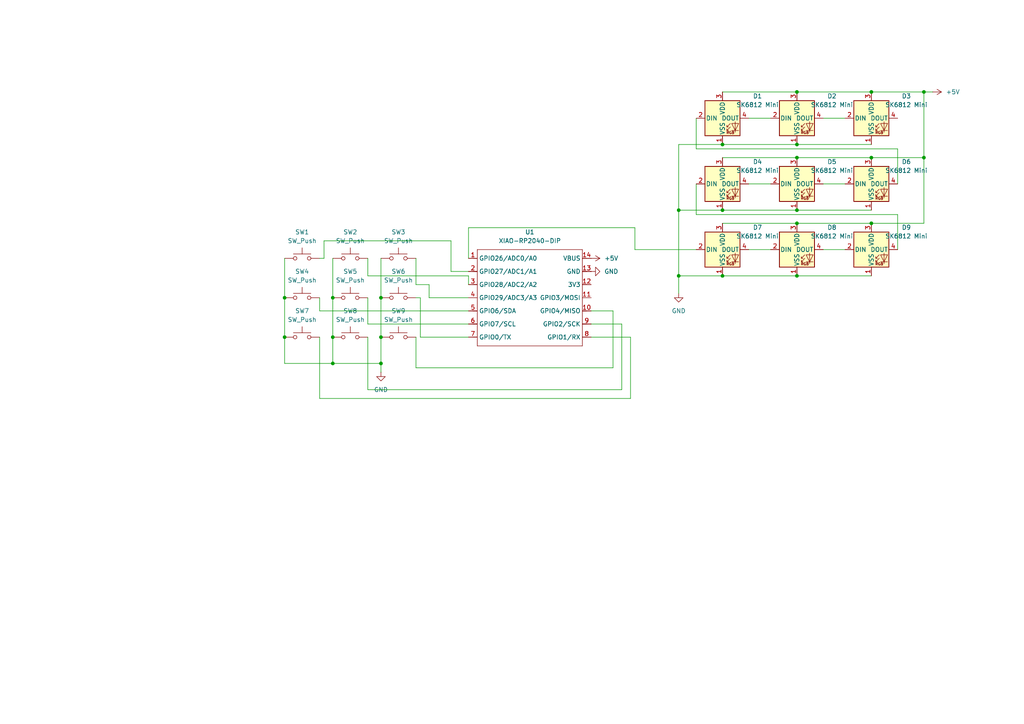
<source format=kicad_sch>
(kicad_sch (version 20250114) (generator "eeschema") (generator_version "9.0")
  (paper "A4")
  (lib_symbols
    (symbol "LED:SK6812" (pin_names (offset 0.254))
      (property "Reference" "D" (at 5.08 5.715 0))
      (property "Value" "SK6812" (at 1.27 -5.715 0))
      (symbol "SK6812_0_0"
        (text "RGB" (at 2.286 -4.191 0) (effects (font (size 0.762 0.762))))
      )
      (symbol "SK6812_0_1"
        (polyline (pts (xy 1.27 -2.54) (xy 1.778 -2.54)))
        (polyline (pts (xy 1.27 -3.556) (xy 1.778 -3.556)))
        (polyline (pts (xy 2.286 -1.524) (xy 1.27 -2.54) (xy 1.27 -2.032)))
        (polyline (pts (xy 2.286 -2.54) (xy 1.27 -3.556) (xy 1.27 -3.048)))
        (polyline (pts (xy 3.683 -1.016) (xy 3.683 -3.556) (xy 3.683 -4.064)))
        (polyline (pts (xy 4.699 -1.524) (xy 2.667 -1.524) (xy 3.683 -3.556) (xy 4.699 -1.524)))
        (polyline (pts (xy 4.699 -3.556) (xy 2.667 -3.556)))
        (rectangle (start 5.08 5.08) (end -5.08 -5.08) (stroke (width 0.254)) (fill (type background)))
      )
      (symbol "SK6812_1_1"
        (pin input line (at -7.62 0 0) (length 2.54) (name "DIN") (number "2"))
        (pin power_in line (at 0 7.62 270) (length 2.54) (name "VDD") (number "3"))
        (pin power_in line (at 0 -7.62 90) (length 2.54) (name "VSS") (number "1"))
        (pin output line (at 7.62 0 180) (length 2.54) (name "DOUT") (number "4"))
      )
    )
    (symbol "OPL:XIAO-RP2040-DIP"
      (property "Reference" "U" (at 0 0 0))
      (property "Value" "XIAO-RP2040-DIP" (at 5.334 -1.778 0))
      (symbol "XIAO-RP2040-DIP_1_0"
        (polyline (pts (xy -1.27 -2.54) (xy 29.21 -2.54)) (stroke (width 0.1524)))
        (polyline (pts (xy -1.27 -5.08) (xy -2.54 -5.08)) (stroke (width 0.1524)))
        (polyline (pts (xy -1.27 -5.08) (xy -1.27 -2.54)) (stroke (width 0.1524)))
        (polyline (pts (xy -1.27 -8.89) (xy -2.54 -8.89)) (stroke (width 0.1524)))
        (polyline (pts (xy -1.27 -8.89) (xy -1.27 -5.08)) (stroke (width 0.1524)))
        (polyline (pts (xy -1.27 -12.7) (xy -2.54 -12.7)) (stroke (width 0.1524)))
        (polyline (pts (xy -1.27 -12.7) (xy -1.27 -8.89)) (stroke (width 0.1524)))
        (polyline (pts (xy -1.27 -16.51) (xy -2.54 -16.51)) (stroke (width 0.1524)))
        (polyline (pts (xy -1.27 -16.51) (xy -1.27 -12.7)) (stroke (width 0.1524)))
        (polyline (pts (xy -1.27 -20.32) (xy -2.54 -20.32)) (stroke (width 0.1524)))
        (polyline (pts (xy -1.27 -24.13) (xy -2.54 -24.13)) (stroke (width 0.1524)))
        (polyline (pts (xy -1.27 -27.94) (xy -2.54 -27.94)) (stroke (width 0.1524)))
        (polyline (pts (xy -1.27 -30.48) (xy -1.27 -16.51)) (stroke (width 0.1524)))
        (polyline (pts (xy 29.21 -2.54) (xy 29.21 -5.08)) (stroke (width 0.1524)))
        (polyline (pts (xy 29.21 -5.08) (xy 29.21 -8.89)) (stroke (width 0.1524)))
        (polyline (pts (xy 29.21 -8.89) (xy 29.21 -12.7)) (stroke (width 0.1524)))
        (polyline (pts (xy 29.21 -12.7) (xy 29.21 -30.48)) (stroke (width 0.1524)))
        (polyline (pts (xy 29.21 -30.48) (xy -1.27 -30.48)) (stroke (width 0.1524)))
        (polyline (pts (xy 30.48 -5.08) (xy 29.21 -5.08)) (stroke (width 0.1524)))
        (polyline (pts (xy 30.48 -8.89) (xy 29.21 -8.89)) (stroke (width 0.1524)))
        (polyline (pts (xy 30.48 -12.7) (xy 29.21 -12.7)) (stroke (width 0.1524)))
        (polyline (pts (xy 30.48 -16.51) (xy 29.21 -16.51)) (stroke (width 0.1524)))
        (polyline (pts (xy 30.48 -20.32) (xy 29.21 -20.32)) (stroke (width 0.1524)))
        (polyline (pts (xy 30.48 -24.13) (xy 29.21 -24.13)) (stroke (width 0.1524)))
        (polyline (pts (xy 30.48 -27.94) (xy 29.21 -27.94)) (stroke (width 0.1524)))
        (pin passive line (at -3.81 -5.08 0) (length 2.54) (name "GPIO26/ADC0/A0") (number "1"))
        (pin passive line (at -3.81 -8.89 0) (length 2.54) (name "GPIO27/ADC1/A1") (number "2"))
        (pin passive line (at -3.81 -12.7 0) (length 2.54) (name "GPIO28/ADC2/A2") (number "3"))
        (pin passive line (at -3.81 -16.51 0) (length 2.54) (name "GPIO29/ADC3/A3") (number "4"))
        (pin passive line (at -3.81 -20.32 0) (length 2.54) (name "GPIO6/SDA") (number "5"))
        (pin passive line (at -3.81 -24.13 0) (length 2.54) (name "GPIO7/SCL") (number "6"))
        (pin passive line (at -3.81 -27.94 0) (length 2.54) (name "GPIO0/TX") (number "7"))
        (pin passive line (at 31.75 -5.08 180) (length 2.54) (name "VBUS") (number "14"))
        (pin passive line (at 31.75 -8.89 180) (length 2.54) (name "GND") (number "13"))
        (pin passive line (at 31.75 -12.7 180) (length 2.54) (name "3V3") (number "12"))
        (pin passive line (at 31.75 -16.51 180) (length 2.54) (name "GPIO3/MOSI") (number "11"))
        (pin passive line (at 31.75 -20.32 180) (length 2.54) (name "GPIO4/MISO") (number "10"))
        (pin passive line (at 31.75 -24.13 180) (length 2.54) (name "GPIO2/SCK") (number "9"))
        (pin passive line (at 31.75 -27.94 180) (length 2.54) (name "GPIO1/RX") (number "8"))
      )
    )
    (symbol "Switch:SW_Push" (pin_numbers (hide yes)) (pin_names (offset 1.016) (hide yes))
      (property "Reference" "SW" (at 1.27 2.54 0))
      (property "Value" "SW_Push" (at 0 -1.524 0))
      (symbol "SW_Push_0_1"
        (circle (center -2.032 0) (radius 0.508))
        (polyline (pts (xy 0 1.27) (xy 0 3.048)))
        (circle (center 2.032 0) (radius 0.508))
        (polyline (pts (xy 2.54 1.27) (xy -2.54 1.27)))
        (pin passive line (at -5.08 0 0) (length 2.54) (name "1") (number "1"))
        (pin passive line (at 5.08 0 180) (length 2.54) (name "2") (number "2"))
      )
    )
    (symbol "power:+5V" (power) (pin_numbers (hide yes)) (pin_names (offset 0) (hide yes))
      (property "Value" "+5V" (at 0 3.556 0))
      (symbol "+5V_0_1"
        (polyline (pts (xy -0.762 1.27) (xy 0 2.54)))
        (polyline (pts (xy 0 2.54) (xy 0.762 1.27)))
        (polyline (pts (xy 0 0) (xy 0 2.54)))
      )
      (symbol "+5V_1_1"
        (pin power_in line (at 0 0 90) (length 0) (name "~") (number "1"))
      )
    )
    (symbol "power:GND" (power) (pin_numbers (hide yes)) (pin_names (offset 0) (hide yes))
      (property "Value" "GND" (at 0 -3.81 0))
      (symbol "GND_0_1"
        (polyline (pts (xy 0 0) (xy 0 -1.27) (xy 1.27 -1.27) (xy 0 -2.54) (xy -1.27 -1.27) (xy 0 -1.27)))
      )
      (symbol "GND_1_1"
        (pin power_in line (at 0 0 270) (length 0) (name "~") (number "1"))
      )
    )
  )
  (junction (at 196.85 60.96))
  (junction (at 231.14 80.01))
  (junction (at 231.14 64.77))
  (junction (at 252.73 26.67))
  (junction (at 110.49 97.79))
  (junction (at 96.52 86.36))
  (junction (at 96.52 105.41))
  (junction (at 196.85 80.01))
  (junction (at 252.73 64.77))
  (junction (at 231.14 45.72))
  (junction (at 110.49 86.36))
  (junction (at 231.14 41.91))
  (junction (at 267.97 26.67))
  (junction (at 110.49 105.41))
  (junction (at 209.55 41.91))
  (junction (at 209.55 80.01))
  (junction (at 252.73 45.72))
  (junction (at 231.14 26.67))
  (junction (at 231.14 60.96))
  (junction (at 82.55 86.36))
  (junction (at 267.97 45.72))
  (junction (at 82.55 97.79))
  (junction (at 96.52 97.79))
  (junction (at 209.55 60.96))
  (wire (pts (xy 177.8 90.17) (xy 171.45 90.17)))
  (wire (pts (xy 201.93 62.23) (xy 201.93 53.34)))
  (wire (pts (xy 267.97 45.72) (xy 267.97 64.77)))
  (wire (pts (xy 92.71 115.57) (xy 182.88 115.57)))
  (wire (pts (xy 252.73 64.77) (xy 267.97 64.77)))
  (wire (pts (xy 96.52 74.93) (xy 96.52 86.36)))
  (wire (pts (xy 196.85 41.91) (xy 209.55 41.91)))
  (wire (pts (xy 130.81 78.74) (xy 135.89 78.74)))
  (wire (pts (xy 106.68 113.03) (xy 180.34 113.03)))
  (wire (pts (xy 96.52 86.36) (xy 96.52 97.79)))
  (wire (pts (xy 135.89 80.01) (xy 135.89 82.55)))
  (wire (pts (xy 260.35 53.34) (xy 260.35 43.18)))
  (wire (pts (xy 217.17 34.29) (xy 223.52 34.29)))
  (wire (pts (xy 267.97 26.67) (xy 267.97 45.72)))
  (wire (pts (xy 238.76 34.29) (xy 245.11 34.29)))
  (wire (pts (xy 196.85 41.91) (xy 196.85 60.96)))
  (wire (pts (xy 217.17 53.34) (xy 223.52 53.34)))
  (wire (pts (xy 92.71 97.79) (xy 92.71 115.57)))
  (wire (pts (xy 96.52 97.79) (xy 96.52 105.41)))
  (wire (pts (xy 209.55 45.72) (xy 231.14 45.72)))
  (wire (pts (xy 106.68 80.01) (xy 135.89 80.01)))
  (wire (pts (xy 120.65 106.68) (xy 177.8 106.68)))
  (wire (pts (xy 106.68 93.98) (xy 135.89 93.98)))
  (wire (pts (xy 82.55 74.93) (xy 82.55 86.36)))
  (wire (pts (xy 92.71 74.93) (xy 93.98 74.93)))
  (wire (pts (xy 231.14 26.67) (xy 252.73 26.67)))
  (wire (pts (xy 260.35 72.39) (xy 260.35 62.23)))
  (wire (pts (xy 120.65 74.93) (xy 120.65 82.55)))
  (wire (pts (xy 93.98 69.85) (xy 93.98 74.93)))
  (wire (pts (xy 184.15 72.39) (xy 184.15 66.04)))
  (wire (pts (xy 106.68 97.79) (xy 106.68 113.03)))
  (wire (pts (xy 110.49 74.93) (xy 110.49 86.36)))
  (wire (pts (xy 184.15 66.04) (xy 135.89 66.04)))
  (wire (pts (xy 82.55 86.36) (xy 82.55 97.79)))
  (wire (pts (xy 96.52 105.41) (xy 110.49 105.41)))
  (wire (pts (xy 209.55 41.91) (xy 231.14 41.91)))
  (wire (pts (xy 196.85 80.01) (xy 196.85 85.09)))
  (wire (pts (xy 209.55 60.96) (xy 231.14 60.96)))
  (wire (pts (xy 201.93 62.23) (xy 260.35 62.23)))
  (wire (pts (xy 110.49 97.79) (xy 110.49 105.41)))
  (wire (pts (xy 180.34 93.98) (xy 180.34 113.03)))
  (wire (pts (xy 182.88 115.57) (xy 182.88 97.79)))
  (wire (pts (xy 93.98 69.85) (xy 130.81 69.85)))
  (wire (pts (xy 135.89 66.04) (xy 135.89 74.93)))
  (wire (pts (xy 120.65 97.79) (xy 120.65 106.68)))
  (wire (pts (xy 231.14 45.72) (xy 252.73 45.72)))
  (wire (pts (xy 177.8 106.68) (xy 177.8 90.17)))
  (wire (pts (xy 92.71 90.17) (xy 135.89 90.17)))
  (wire (pts (xy 209.55 80.01) (xy 231.14 80.01)))
  (wire (pts (xy 231.14 80.01) (xy 252.73 80.01)))
  (wire (pts (xy 201.93 43.18) (xy 201.93 34.29)))
  (wire (pts (xy 82.55 97.79) (xy 82.55 105.41)))
  (wire (pts (xy 171.45 97.79) (xy 182.88 97.79)))
  (wire (pts (xy 124.46 82.55) (xy 124.46 86.36)))
  (wire (pts (xy 252.73 45.72) (xy 267.97 45.72)))
  (wire (pts (xy 196.85 80.01) (xy 209.55 80.01)))
  (wire (pts (xy 231.14 41.91) (xy 252.73 41.91)))
  (wire (pts (xy 252.73 26.67) (xy 267.97 26.67)))
  (wire (pts (xy 110.49 105.41) (xy 110.49 107.95)))
  (wire (pts (xy 130.81 69.85) (xy 130.81 78.74)))
  (wire (pts (xy 231.14 64.77) (xy 252.73 64.77)))
  (wire (pts (xy 238.76 72.39) (xy 245.11 72.39)))
  (wire (pts (xy 184.15 72.39) (xy 201.93 72.39)))
  (wire (pts (xy 121.92 86.36) (xy 120.65 86.36)))
  (wire (pts (xy 209.55 26.67) (xy 231.14 26.67)))
  (wire (pts (xy 120.65 82.55) (xy 124.46 82.55)))
  (wire (pts (xy 82.55 105.41) (xy 96.52 105.41)))
  (wire (pts (xy 238.76 53.34) (xy 245.11 53.34)))
  (wire (pts (xy 196.85 60.96) (xy 209.55 60.96)))
  (wire (pts (xy 260.35 43.18) (xy 201.93 43.18)))
  (wire (pts (xy 121.92 97.79) (xy 135.89 97.79)))
  (wire (pts (xy 231.14 60.96) (xy 252.73 60.96)))
  (wire (pts (xy 110.49 86.36) (xy 110.49 97.79)))
  (wire (pts (xy 180.34 93.98) (xy 171.45 93.98)))
  (wire (pts (xy 92.71 86.36) (xy 92.71 90.17)))
  (wire (pts (xy 209.55 64.77) (xy 231.14 64.77)))
  (wire (pts (xy 124.46 86.36) (xy 135.89 86.36)))
  (wire (pts (xy 121.92 86.36) (xy 121.92 97.79)))
  (wire (pts (xy 106.68 74.93) (xy 106.68 80.01)))
  (wire (pts (xy 217.17 72.39) (xy 223.52 72.39)))
  (wire (pts (xy 267.97 26.67) (xy 270.51 26.67)))
  (wire (pts (xy 196.85 60.96) (xy 196.85 80.01)))
  (wire (pts (xy 106.68 86.36) (xy 106.68 93.98)))
  (symbol (lib_id "LED:SK6812") (at 252.73 34.29 0) (unit 1)
    (property "Reference" "D3" (at 262.89 27.8698 0))
    (property "Value" "SK6812 Mini" (at 262.89 30.4098 0))
    (property "Footprint" "LED_SMD:LED_SK6812MINI_PLCC4_3.5x3.5mm_P1.75mm" (effects (hide yes)))
    (property "Datasheet" "https://cdn-shop.adafruit.com/product-files/1138/SK6812+LED+datasheet+.pdf" (effects (hide yes)))
    (property "Description" "RGB LED with integrated controller" (effects (hide yes)))
  )
  (symbol (lib_id "Switch:SW_Push") (at 87.63 74.93 0) (unit 1)
    (property "Reference" "SW1" (at 87.63 67.31 0))
    (property "Value" "SW_Push" (at 87.63 69.85 0))
    (property "Footprint" "Button_Switch_Keyboard:SW_Cherry_MX_1.00u_PCB" (effects (hide yes)))
    (property "Description" "Push button switch, generic, two pins" (effects (hide yes)))
  )
  (symbol (lib_id "power:+5V") (at 171.45 74.93 270) (unit 1)
    (property "Reference" "#PWR04" (effects (hide yes)))
    (property "Value" "+5V" (at 175.26 74.9299 90) (effects (justify left)))
    (property "Description" "Power symbol creates a global label with name \"+5V\"" (effects (hide yes)))
  )
  (symbol (lib_id "Switch:SW_Push") (at 101.6 97.79 0) (unit 1)
    (property "Reference" "SW8" (at 101.6 90.17 0))
    (property "Value" "SW_Push" (at 101.6 92.71 0))
    (property "Footprint" "Button_Switch_Keyboard:SW_Cherry_MX_1.00u_PCB" (effects (hide yes)))
    (property "Description" "Push button switch, generic, two pins" (effects (hide yes)))
  )
  (symbol (lib_id "power:+5V") (at 270.51 26.67 270) (unit 1)
    (property "Reference" "#PWR01" (effects (hide yes)))
    (property "Value" "+5V" (at 274.32 26.6699 90) (effects (justify left)))
    (property "Description" "Power symbol creates a global label with name \"+5V\"" (effects (hide yes)))
  )
  (symbol (lib_id "Switch:SW_Push") (at 87.63 86.36 0) (unit 1)
    (property "Reference" "SW4" (at 87.63 78.74 0))
    (property "Value" "SW_Push" (at 87.63 81.28 0))
    (property "Footprint" "Button_Switch_Keyboard:SW_Cherry_MX_1.00u_PCB" (effects (hide yes)))
    (property "Description" "Push button switch, generic, two pins" (effects (hide yes)))
  )
  (symbol (lib_id "Switch:SW_Push") (at 115.57 86.36 0) (unit 1)
    (property "Reference" "SW6" (at 115.57 78.74 0))
    (property "Value" "SW_Push" (at 115.57 81.28 0))
    (property "Footprint" "Button_Switch_Keyboard:SW_Cherry_MX_1.00u_PCB" (effects (hide yes)))
    (property "Description" "Push button switch, generic, two pins" (effects (hide yes)))
  )
  (symbol (lib_id "LED:SK6812") (at 209.55 34.29 0) (unit 1)
    (property "Reference" "D1" (at 219.71 27.8698 0))
    (property "Value" "SK6812 Mini" (at 219.71 30.4098 0))
    (property "Footprint" "LED_SMD:LED_SK6812MINI_PLCC4_3.5x3.5mm_P1.75mm" (effects (hide yes)))
    (property "Datasheet" "https://cdn-shop.adafruit.com/product-files/1138/SK6812+LED+datasheet+.pdf" (effects (hide yes)))
    (property "Description" "RGB LED with integrated controller" (effects (hide yes)))
  )
  (symbol (lib_id "LED:SK6812") (at 209.55 53.34 0) (unit 1)
    (property "Reference" "D4" (at 219.71 46.9198 0))
    (property "Value" "SK6812 Mini" (at 219.71 49.4598 0))
    (property "Footprint" "LED_SMD:LED_SK6812MINI_PLCC4_3.5x3.5mm_P1.75mm" (effects (hide yes)))
    (property "Datasheet" "https://cdn-shop.adafruit.com/product-files/1138/SK6812+LED+datasheet+.pdf" (effects (hide yes)))
    (property "Description" "RGB LED with integrated controller" (effects (hide yes)))
  )
  (symbol (lib_id "LED:SK6812") (at 231.14 34.29 0) (unit 1)
    (property "Reference" "D2" (at 241.3 27.8698 0))
    (property "Value" "SK6812 Mini" (at 241.3 30.4098 0))
    (property "Footprint" "LED_SMD:LED_SK6812MINI_PLCC4_3.5x3.5mm_P1.75mm" (effects (hide yes)))
    (property "Datasheet" "https://cdn-shop.adafruit.com/product-files/1138/SK6812+LED+datasheet+.pdf" (effects (hide yes)))
    (property "Description" "RGB LED with integrated controller" (effects (hide yes)))
  )
  (symbol (lib_id "power:GND") (at 196.85 85.09 0) (unit 1)
    (property "Reference" "#PWR02" (effects (hide yes)))
    (property "Value" "GND" (at 196.85 90.17 0))
    (property "Description" "Power symbol creates a global label with name \"GND\" , ground" (effects (hide yes)))
  )
  (symbol (lib_id "LED:SK6812") (at 252.73 53.34 0) (unit 1)
    (property "Reference" "D6" (at 262.89 46.9198 0))
    (property "Value" "SK6812 Mini" (at 262.89 49.4598 0))
    (property "Footprint" "LED_SMD:LED_SK6812MINI_PLCC4_3.5x3.5mm_P1.75mm" (effects (hide yes)))
    (property "Datasheet" "https://cdn-shop.adafruit.com/product-files/1138/SK6812+LED+datasheet+.pdf" (effects (hide yes)))
    (property "Description" "RGB LED with integrated controller" (effects (hide yes)))
  )
  (symbol (lib_id "LED:SK6812") (at 252.73 72.39 0) (unit 1)
    (property "Reference" "D9" (at 262.89 65.9698 0))
    (property "Value" "SK6812 Mini" (at 262.89 68.5098 0))
    (property "Footprint" "LED_SMD:LED_SK6812MINI_PLCC4_3.5x3.5mm_P1.75mm" (effects (hide yes)))
    (property "Datasheet" "https://cdn-shop.adafruit.com/product-files/1138/SK6812+LED+datasheet+.pdf" (effects (hide yes)))
    (property "Description" "RGB LED with integrated controller" (effects (hide yes)))
  )
  (symbol (lib_id "power:GND") (at 171.45 78.74 90) (unit 1)
    (property "Reference" "#PWR03" (effects (hide yes)))
    (property "Value" "GND" (at 175.26 78.7399 90) (effects (justify right)))
    (property "Description" "Power symbol creates a global label with name \"GND\" , ground" (effects (hide yes)))
  )
  (symbol (lib_id "LED:SK6812") (at 209.55 72.39 0) (unit 1)
    (property "Reference" "D7" (at 219.71 65.9698 0))
    (property "Value" "SK6812 Mini" (at 219.71 68.5098 0))
    (property "Footprint" "LED_SMD:LED_SK6812MINI_PLCC4_3.5x3.5mm_P1.75mm" (effects (hide yes)))
    (property "Datasheet" "https://cdn-shop.adafruit.com/product-files/1138/SK6812+LED+datasheet+.pdf" (effects (hide yes)))
    (property "Description" "RGB LED with integrated controller" (effects (hide yes)))
  )
  (symbol (lib_id "LED:SK6812") (at 231.14 53.34 0) (unit 1)
    (property "Reference" "D5" (at 241.3 46.9198 0))
    (property "Value" "SK6812 Mini" (at 241.3 49.4598 0))
    (property "Footprint" "LED_SMD:LED_SK6812MINI_PLCC4_3.5x3.5mm_P1.75mm" (effects (hide yes)))
    (property "Datasheet" "https://cdn-shop.adafruit.com/product-files/1138/SK6812+LED+datasheet+.pdf" (effects (hide yes)))
    (property "Description" "RGB LED with integrated controller" (effects (hide yes)))
  )
  (symbol (lib_id "LED:SK6812") (at 231.14 72.39 0) (unit 1)
    (property "Reference" "D8" (at 241.3 65.9698 0))
    (property "Value" "SK6812 Mini" (at 241.3 68.5098 0))
    (property "Footprint" "LED_SMD:LED_SK6812MINI_PLCC4_3.5x3.5mm_P1.75mm" (effects (hide yes)))
    (property "Datasheet" "https://cdn-shop.adafruit.com/product-files/1138/SK6812+LED+datasheet+.pdf" (effects (hide yes)))
    (property "Description" "RGB LED with integrated controller" (effects (hide yes)))
  )
  (symbol (lib_id "Switch:SW_Push") (at 115.57 97.79 0) (unit 1)
    (property "Reference" "SW9" (at 115.57 90.17 0))
    (property "Value" "SW_Push" (at 115.57 92.71 0))
    (property "Footprint" "Button_Switch_Keyboard:SW_Cherry_MX_1.00u_PCB" (effects (hide yes)))
    (property "Description" "Push button switch, generic, two pins" (effects (hide yes)))
  )
  (symbol (lib_id "OPL:XIAO-RP2040-DIP") (at 139.7 69.85 0) (unit 1)
    (property "Reference" "U1" (at 153.67 67.31 0))
    (property "Value" "XIAO-RP2040-DIP" (at 153.67 69.85 0))
    (property "Footprint" "OPL:XIAO-RP2040-DIP" (effects (hide yes)))
  )
  (symbol (lib_id "Switch:SW_Push") (at 87.63 97.79 0) (unit 1)
    (property "Reference" "SW7" (at 87.63 90.17 0))
    (property "Value" "SW_Push" (at 87.63 92.71 0))
    (property "Footprint" "Button_Switch_Keyboard:SW_Cherry_MX_1.00u_PCB" (effects (hide yes)))
    (property "Description" "Push button switch, generic, two pins" (effects (hide yes)))
  )
  (symbol (lib_id "Switch:SW_Push") (at 101.6 86.36 0) (unit 1)
    (property "Reference" "SW5" (at 101.6 78.74 0))
    (property "Value" "SW_Push" (at 101.6 81.28 0))
    (property "Footprint" "Button_Switch_Keyboard:SW_Cherry_MX_1.00u_PCB" (effects (hide yes)))
    (property "Description" "Push button switch, generic, two pins" (effects (hide yes)))
  )
  (symbol (lib_id "power:GND") (at 110.49 107.95 0) (unit 1)
    (property "Reference" "#PWR05" (effects (hide yes)))
    (property "Value" "GND" (at 110.49 113.03 0))
    (property "Description" "Power symbol creates a global label with name \"GND\" , ground" (effects (hide yes)))
  )
  (symbol (lib_id "Switch:SW_Push") (at 115.57 74.93 0) (unit 1)
    (property "Reference" "SW3" (at 115.57 67.31 0))
    (property "Value" "SW_Push" (at 115.57 69.85 0))
    (property "Footprint" "Button_Switch_Keyboard:SW_Cherry_MX_1.00u_PCB" (effects (hide yes)))
    (property "Description" "Push button switch, generic, two pins" (effects (hide yes)))
  )
  (symbol (lib_id "Switch:SW_Push") (at 101.6 74.93 0) (unit 1)
    (property "Reference" "SW2" (at 101.6 67.31 0))
    (property "Value" "SW_Push" (at 101.6 69.85 0))
    (property "Footprint" "Button_Switch_Keyboard:SW_Cherry_MX_1.00u_PCB" (effects (hide yes)))
    (property "Description" "Push button switch, generic, two pins" (effects (hide yes)))
  )
)
</source>
